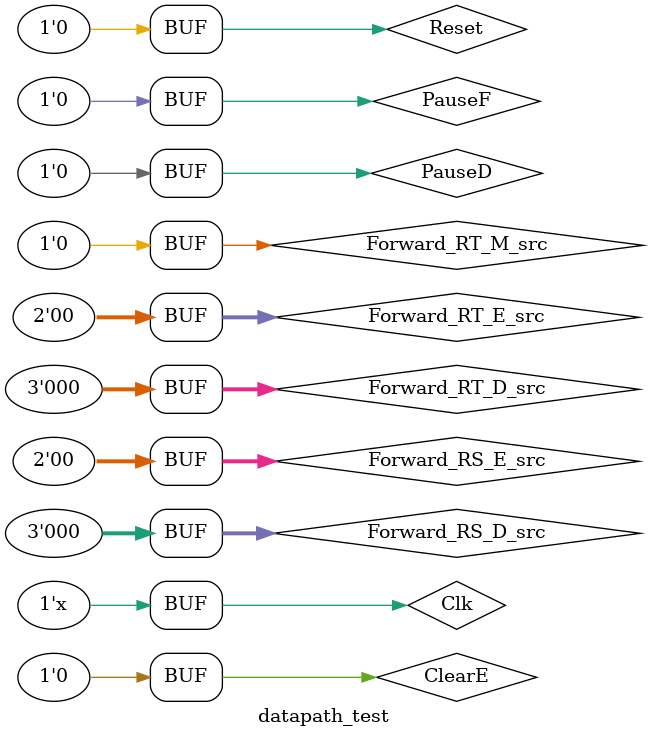
<source format=v>
`timescale 1ns / 1ps


module datapath_test;

	// Inputs
	reg [2:0] Forward_RS_D_src;
	reg [2:0] Forward_RT_D_src;
	reg [1:0] Forward_RS_E_src;
	reg [1:0] Forward_RT_E_src;
	reg Forward_RT_M_src;
	reg ClearE;
	reg PauseD;
	reg PauseF;
	reg Clk;
	reg Reset;

	// Outputs
	wire [31:0] IRD_out;

	// Instantiate the Unit Under Test (UUT)
	datapath uut (
		.Forward_RS_D_src(Forward_RS_D_src), 
		.Forward_RT_D_src(Forward_RT_D_src), 
		.Forward_RS_E_src(Forward_RS_E_src), 
		.Forward_RT_E_src(Forward_RT_E_src), 
		.Forward_RT_M_src(Forward_RT_M_src), 
		.ClearE(ClearE), 
		.PauseD(PauseD), 
		.PauseF(PauseF), 
		.Clk(Clk), 
		.Reset(Reset), 
		.IRD_out(IRD_out)
	);

	initial begin
		// Initialize Inputs
		Forward_RS_D_src = 0;
		Forward_RT_D_src = 0;
		Forward_RS_E_src = 0;
		Forward_RT_E_src = 0;
		Forward_RT_M_src = 0;
		ClearE = 0;
		PauseD = 0;
		PauseF = 0;
		Clk = 0;
		Reset = 0;

		// Wait 100 ns for global reset to finish
		#100;
        
		// Add stimulus here

	end
   always #10 Clk = ~Clk;
endmodule


</source>
